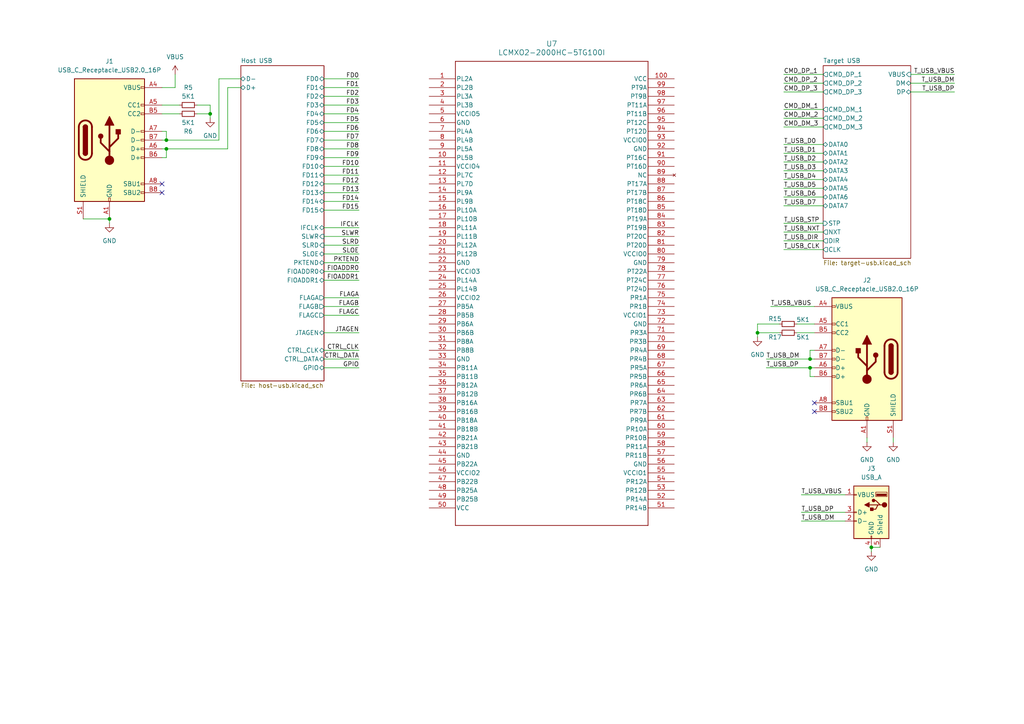
<source format=kicad_sch>
(kicad_sch (version 20231120) (generator "eeschema") (generator_version "8.0")
  (paper "A4")
  (lib_symbols
    (symbol "2024-03-04_09-59-19:LCMXO2-2000HC-5TG100I" (pin_names (offset 0.254))
      (property "Reference" "U" (at 35.56 10.16 0))
      (property "Value" "LCMXO2-2000HC-5TG100I" (at 35.56 7.62 0))
      (symbol "LCMXO2-2000HC-5TG100I_0_1"
        (polyline (pts (xy 7.62 -129.54) (xy 63.5 -129.54)) (stroke (width 0.2032)))
        (polyline (pts (xy 7.62 5.08) (xy 7.62 -129.54)) (stroke (width 0.2032)))
        (polyline (pts (xy 63.5 -129.54) (xy 63.5 5.08)) (stroke (width 0.2032)))
        (polyline (pts (xy 63.5 5.08) (xy 7.62 5.08)) (stroke (width 0.2032)))
        (pin unspecified line (at 0 0 0) (length 7.62) (name "PL2A") (number "1"))
        (pin unspecified line (at 0 -22.86 0) (length 7.62) (name "PL5B") (number "10"))
        (pin power_in line (at 71.12 0 180) (length 7.62) (name "VCC") (number "100"))
        (pin power_in line (at 0 -25.4 0) (length 7.62) (name "VCCIO4") (number "11"))
        (pin unspecified line (at 0 -27.94 0) (length 7.62) (name "PL7C") (number "12"))
        (pin unspecified line (at 0 -30.48 0) (length 7.62) (name "PL7D") (number "13"))
        (pin unspecified line (at 0 -33.02 0) (length 7.62) (name "PL9A") (number "14"))
        (pin unspecified line (at 0 -35.56 0) (length 7.62) (name "PL9B") (number "15"))
        (pin unspecified line (at 0 -38.1 0) (length 7.62) (name "PL10A") (number "16"))
        (pin unspecified line (at 0 -40.64 0) (length 7.62) (name "PL10B") (number "17"))
        (pin unspecified line (at 0 -43.18 0) (length 7.62) (name "PL11A") (number "18"))
        (pin unspecified line (at 0 -45.72 0) (length 7.62) (name "PL11B") (number "19"))
        (pin unspecified line (at 0 -2.54 0) (length 7.62) (name "PL2B") (number "2"))
        (pin unspecified line (at 0 -48.26 0) (length 7.62) (name "PL12A") (number "20"))
        (pin unspecified line (at 0 -50.8 0) (length 7.62) (name "PL12B") (number "21"))
        (pin power_in line (at 0 -53.34 0) (length 7.62) (name "GND") (number "22"))
        (pin power_in line (at 0 -55.88 0) (length 7.62) (name "VCCIO3") (number "23"))
        (pin unspecified line (at 0 -58.42 0) (length 7.62) (name "PL14A") (number "24"))
        (pin unspecified line (at 0 -60.96 0) (length 7.62) (name "PL14B") (number "25"))
        (pin power_in line (at 0 -63.5 0) (length 7.62) (name "VCCIO2") (number "26"))
        (pin unspecified line (at 0 -66.04 0) (length 7.62) (name "PB5A") (number "27"))
        (pin unspecified line (at 0 -68.58 0) (length 7.62) (name "PB5B") (number "28"))
        (pin unspecified line (at 0 -71.12 0) (length 7.62) (name "PB6A") (number "29"))
        (pin unspecified line (at 0 -5.08 0) (length 7.62) (name "PL3A") (number "3"))
        (pin unspecified line (at 0 -73.66 0) (length 7.62) (name "PB6B") (number "30"))
        (pin unspecified line (at 0 -76.2 0) (length 7.62) (name "PB8A") (number "31"))
        (pin unspecified line (at 0 -78.74 0) (length 7.62) (name "PB8B") (number "32"))
        (pin power_in line (at 0 -81.28 0) (length 7.62) (name "GND") (number "33"))
        (pin unspecified line (at 0 -83.82 0) (length 7.62) (name "PB11A") (number "34"))
        (pin unspecified line (at 0 -86.36 0) (length 7.62) (name "PB11B") (number "35"))
        (pin unspecified line (at 0 -88.9 0) (length 7.62) (name "PB12A") (number "36"))
        (pin unspecified line (at 0 -91.44 0) (length 7.62) (name "PB12B") (number "37"))
        (pin unspecified line (at 0 -93.98 0) (length 7.62) (name "PB16A") (number "38"))
        (pin unspecified line (at 0 -96.52 0) (length 7.62) (name "PB16B") (number "39"))
        (pin unspecified line (at 0 -7.62 0) (length 7.62) (name "PL3B") (number "4"))
        (pin unspecified line (at 0 -99.06 0) (length 7.62) (name "PB18A") (number "40"))
        (pin unspecified line (at 0 -101.6 0) (length 7.62) (name "PB18B") (number "41"))
        (pin unspecified line (at 0 -104.14 0) (length 7.62) (name "PB21A") (number "42"))
        (pin unspecified line (at 0 -106.68 0) (length 7.62) (name "PB21B") (number "43"))
        (pin power_in line (at 0 -109.22 0) (length 7.62) (name "GND") (number "44"))
        (pin unspecified line (at 0 -111.76 0) (length 7.62) (name "PB22A") (number "45"))
        (pin power_in line (at 0 -114.3 0) (length 7.62) (name "VCCIO2") (number "46"))
        (pin unspecified line (at 0 -116.84 0) (length 7.62) (name "PB22B") (number "47"))
        (pin unspecified line (at 0 -119.38 0) (length 7.62) (name "PB25A") (number "48"))
        (pin unspecified line (at 0 -121.92 0) (length 7.62) (name "PB25B") (number "49"))
        (pin power_in line (at 0 -10.16 0) (length 7.62) (name "VCCIO5") (number "5"))
        (pin power_in line (at 0 -124.46 0) (length 7.62) (name "VCC") (number "50"))
        (pin unspecified line (at 71.12 -124.46 180) (length 7.62) (name "PR14B") (number "51"))
        (pin unspecified line (at 71.12 -121.92 180) (length 7.62) (name "PR14A") (number "52"))
        (pin unspecified line (at 71.12 -119.38 180) (length 7.62) (name "PR12B") (number "53"))
        (pin unspecified line (at 71.12 -116.84 180) (length 7.62) (name "PR12A") (number "54"))
        (pin power_in line (at 71.12 -114.3 180) (length 7.62) (name "VCCIO1") (number "55"))
        (pin power_in line (at 71.12 -111.76 180) (length 7.62) (name "GND") (number "56"))
        (pin unspecified line (at 71.12 -109.22 180) (length 7.62) (name "PR11B") (number "57"))
        (pin unspecified line (at 71.12 -106.68 180) (length 7.62) (name "PR11A") (number "58"))
        (pin unspecified line (at 71.12 -104.14 180) (length 7.62) (name "PR10B") (number "59"))
        (pin power_in line (at 0 -12.7 0) (length 7.62) (name "GND") (number "6"))
        (pin unspecified line (at 71.12 -101.6 180) (length 7.62) (name "PR10A") (number "60"))
        (pin unspecified line (at 71.12 -99.06 180) (length 7.62) (name "PR9A") (number "61"))
        (pin unspecified line (at 71.12 -96.52 180) (length 7.62) (name "PR7B") (number "62"))
        (pin unspecified line (at 71.12 -93.98 180) (length 7.62) (name "PR7A") (number "63"))
        (pin unspecified line (at 71.12 -91.44 180) (length 7.62) (name "PR6B") (number "64"))
        (pin unspecified line (at 71.12 -88.9 180) (length 7.62) (name "PR6A") (number "65"))
        (pin unspecified line (at 71.12 -86.36 180) (length 7.62) (name "PR5B") (number "66"))
        (pin unspecified line (at 71.12 -83.82 180) (length 7.62) (name "PR5A") (number "67"))
        (pin unspecified line (at 71.12 -81.28 180) (length 7.62) (name "PR4B") (number "68"))
        (pin unspecified line (at 71.12 -78.74 180) (length 7.62) (name "PR4A") (number "69"))
        (pin unspecified line (at 0 -15.24 0) (length 7.62) (name "PL4A") (number "7"))
        (pin unspecified line (at 71.12 -76.2 180) (length 7.62) (name "PR3B") (number "70"))
        (pin unspecified line (at 71.12 -73.66 180) (length 7.62) (name "PR3A") (number "71"))
        (pin power_in line (at 71.12 -71.12 180) (length 7.62) (name "GND") (number "72"))
        (pin power_in line (at 71.12 -68.58 180) (length 7.62) (name "VCCIO1") (number "73"))
        (pin unspecified line (at 71.12 -66.04 180) (length 7.62) (name "PR1B") (number "74"))
        (pin unspecified line (at 71.12 -63.5 180) (length 7.62) (name "PR1A") (number "75"))
        (pin unspecified line (at 71.12 -60.96 180) (length 7.62) (name "PT24D") (number "76"))
        (pin unspecified line (at 71.12 -58.42 180) (length 7.62) (name "PT24C") (number "77"))
        (pin unspecified line (at 71.12 -55.88 180) (length 7.62) (name "PT22A") (number "78"))
        (pin power_in line (at 71.12 -53.34 180) (length 7.62) (name "GND") (number "79"))
        (pin unspecified line (at 0 -17.78 0) (length 7.62) (name "PL4B") (number "8"))
        (pin power_in line (at 71.12 -50.8 180) (length 7.62) (name "VCCIO0") (number "80"))
        (pin unspecified line (at 71.12 -48.26 180) (length 7.62) (name "PT20D") (number "81"))
        (pin unspecified line (at 71.12 -45.72 180) (length 7.62) (name "PT20C") (number "82"))
        (pin unspecified line (at 71.12 -43.18 180) (length 7.62) (name "PT19B") (number "83"))
        (pin unspecified line (at 71.12 -40.64 180) (length 7.62) (name "PT19A") (number "84"))
        (pin unspecified line (at 71.12 -38.1 180) (length 7.62) (name "PT18D") (number "85"))
        (pin unspecified line (at 71.12 -35.56 180) (length 7.62) (name "PT18C") (number "86"))
        (pin unspecified line (at 71.12 -33.02 180) (length 7.62) (name "PT17B") (number "87"))
        (pin unspecified line (at 71.12 -30.48 180) (length 7.62) (name "PT17A") (number "88"))
        (pin no_connect line (at 71.12 -27.94 180) (length 7.62) (name "NC") (number "89"))
        (pin unspecified line (at 0 -20.32 0) (length 7.62) (name "PL5A") (number "9"))
        (pin unspecified line (at 71.12 -25.4 180) (length 7.62) (name "PT16D") (number "90"))
        (pin unspecified line (at 71.12 -22.86 180) (length 7.62) (name "PT16C") (number "91"))
        (pin power_in line (at 71.12 -20.32 180) (length 7.62) (name "GND") (number "92"))
        (pin power_in line (at 71.12 -17.78 180) (length 7.62) (name "VCCIO0") (number "93"))
        (pin unspecified line (at 71.12 -15.24 180) (length 7.62) (name "PT12D") (number "94"))
        (pin unspecified line (at 71.12 -12.7 180) (length 7.62) (name "PT12C") (number "95"))
        (pin unspecified line (at 71.12 -10.16 180) (length 7.62) (name "PT11B") (number "96"))
        (pin unspecified line (at 71.12 -7.62 180) (length 7.62) (name "PT11A") (number "97"))
        (pin unspecified line (at 71.12 -5.08 180) (length 7.62) (name "PT9B") (number "98"))
        (pin unspecified line (at 71.12 -2.54 180) (length 7.62) (name "PT9A") (number "99"))
      )
    )
    (symbol "Connector:USB_A" (pin_names (offset 1.016))
      (property "Reference" "J" (at -5.08 11.43 0))
      (property "Value" "USB_A" (at -5.08 8.89 0))
      (symbol "USB_A_0_1"
        (rectangle (start -5.08 -7.62) (end 5.08 7.62) (stroke (width 0.254)) (fill (type background)))
        (circle (center -3.81 2.159) (radius 0.635) (stroke (width 0.254)) (fill (type outline)))
        (rectangle (start -1.524 4.826) (end -4.318 5.334) (fill (type outline)))
        (rectangle (start -1.27 4.572) (end -4.572 5.842))
        (circle (center -0.635 3.429) (radius 0.381) (stroke (width 0.254)) (fill (type outline)))
        (rectangle (start -0.127 -7.62) (end 0.127 -6.858))
        (polyline (pts (xy -3.175 2.159) (xy -2.54 2.159) (xy -1.27 3.429) (xy -0.635 3.429)) (stroke (width 0.254)))
        (polyline (pts (xy -2.54 2.159) (xy -1.905 2.159) (xy -1.27 0.889) (xy 0 0.889)) (stroke (width 0.254)))
        (polyline (pts (xy 0.635 2.794) (xy 0.635 1.524) (xy 1.905 2.159) (xy 0.635 2.794)) (stroke (width 0.254)) (fill (type outline)))
        (rectangle (start 0.254 1.27) (end -0.508 0.508) (stroke (width 0.254)) (fill (type outline)))
        (rectangle (start 5.08 -2.667) (end 4.318 -2.413))
        (rectangle (start 5.08 -0.127) (end 4.318 0.127))
        (rectangle (start 5.08 4.953) (end 4.318 5.207))
      )
      (symbol "USB_A_1_1"
        (polyline (pts (xy -1.905 2.159) (xy 0.635 2.159)) (stroke (width 0.254)))
        (pin power_in line (at 7.62 5.08 180) (length 2.54) (name "VBUS") (number "1"))
        (pin bidirectional line (at 7.62 -2.54 180) (length 2.54) (name "D-") (number "2"))
        (pin bidirectional line (at 7.62 0 180) (length 2.54) (name "D+") (number "3"))
        (pin power_in line (at 0 -10.16 90) (length 2.54) (name "GND") (number "4"))
        (pin passive line (at -2.54 -10.16 90) (length 2.54) (name "Shield") (number "5"))
      )
    )
    (symbol "Connector:USB_C_Receptacle_USB2.0_16P" (pin_names (offset 1.016))
      (property "Reference" "J" (at 0 22.225 0))
      (property "Value" "USB_C_Receptacle_USB2.0_16P" (at 0 19.685 0))
      (symbol "USB_C_Receptacle_USB2.0_16P_0_0"
        (rectangle (start -0.254 -17.78) (end 0.254 -16.764))
        (rectangle (start 10.16 -14.986) (end 9.144 -15.494))
        (rectangle (start 10.16 -12.446) (end 9.144 -12.954))
        (rectangle (start 10.16 -4.826) (end 9.144 -5.334))
        (rectangle (start 10.16 -2.286) (end 9.144 -2.794))
        (rectangle (start 10.16 0.254) (end 9.144 -0.254))
        (rectangle (start 10.16 2.794) (end 9.144 2.286))
        (rectangle (start 10.16 7.874) (end 9.144 7.366))
        (rectangle (start 10.16 10.414) (end 9.144 9.906))
        (rectangle (start 10.16 15.494) (end 9.144 14.986))
      )
      (symbol "USB_C_Receptacle_USB2.0_16P_0_1"
        (rectangle (start -10.16 17.78) (end 10.16 -17.78) (stroke (width 0.254)) (fill (type background)))
        (arc (start -8.89 -3.81) (mid -6.985 -5.7067) (end -5.08 -3.81) (stroke (width 0.508)))
        (arc (start -7.62 -3.81) (mid -6.985 -4.4423) (end -6.35 -3.81) (stroke (width 0.254)))
        (arc (start -7.62 -3.81) (mid -6.985 -4.4423) (end -6.35 -3.81) (stroke (width 0.254)) (fill (type outline)))
        (rectangle (start -7.62 -3.81) (end -6.35 3.81) (stroke (width 0.254)) (fill (type outline)))
        (arc (start -6.35 3.81) (mid -6.985 4.4423) (end -7.62 3.81) (stroke (width 0.254)))
        (arc (start -6.35 3.81) (mid -6.985 4.4423) (end -7.62 3.81) (stroke (width 0.254)) (fill (type outline)))
        (arc (start -5.08 3.81) (mid -6.985 5.7067) (end -8.89 3.81) (stroke (width 0.508)))
        (circle (center -2.54 1.143) (radius 0.635) (stroke (width 0.254)) (fill (type outline)))
        (circle (center 0 -5.842) (radius 1.27) (fill (type outline)))
        (polyline (pts (xy -8.89 -3.81) (xy -8.89 3.81)) (stroke (width 0.508)))
        (polyline (pts (xy -5.08 3.81) (xy -5.08 -3.81)) (stroke (width 0.508)))
        (polyline (pts (xy 0 -5.842) (xy 0 4.318)) (stroke (width 0.508)))
        (polyline (pts (xy 0 -3.302) (xy -2.54 -0.762) (xy -2.54 0.508)) (stroke (width 0.508)))
        (polyline (pts (xy 0 -2.032) (xy 2.54 0.508) (xy 2.54 1.778)) (stroke (width 0.508)))
        (polyline (pts (xy -1.27 4.318) (xy 0 6.858) (xy 1.27 4.318) (xy -1.27 4.318)) (stroke (width 0.254)) (fill (type outline)))
        (rectangle (start 1.905 1.778) (end 3.175 3.048) (stroke (width 0.254)) (fill (type outline)))
      )
      (symbol "USB_C_Receptacle_USB2.0_16P_1_1"
        (pin passive line (at 0 -22.86 90) (length 5.08) (name "GND") (number "A1"))
        (pin passive line (at 0 -22.86 90) (length 5.08) hide (name "GND") (number "A12"))
        (pin passive line (at 15.24 15.24 180) (length 5.08) (name "VBUS") (number "A4"))
        (pin bidirectional line (at 15.24 10.16 180) (length 5.08) (name "CC1") (number "A5"))
        (pin bidirectional line (at 15.24 -2.54 180) (length 5.08) (name "D+") (number "A6"))
        (pin bidirectional line (at 15.24 2.54 180) (length 5.08) (name "D-") (number "A7"))
        (pin bidirectional line (at 15.24 -12.7 180) (length 5.08) (name "SBU1") (number "A8"))
        (pin passive line (at 15.24 15.24 180) (length 5.08) hide (name "VBUS") (number "A9"))
        (pin passive line (at 0 -22.86 90) (length 5.08) hide (name "GND") (number "B1"))
        (pin passive line (at 0 -22.86 90) (length 5.08) hide (name "GND") (number "B12"))
        (pin passive line (at 15.24 15.24 180) (length 5.08) hide (name "VBUS") (number "B4"))
        (pin bidirectional line (at 15.24 7.62 180) (length 5.08) (name "CC2") (number "B5"))
        (pin bidirectional line (at 15.24 -5.08 180) (length 5.08) (name "D+") (number "B6"))
        (pin bidirectional line (at 15.24 0 180) (length 5.08) (name "D-") (number "B7"))
        (pin bidirectional line (at 15.24 -15.24 180) (length 5.08) (name "SBU2") (number "B8"))
        (pin passive line (at 15.24 15.24 180) (length 5.08) hide (name "VBUS") (number "B9"))
        (pin passive line (at -7.62 -22.86 90) (length 5.08) (name "SHIELD") (number "S1"))
      )
    )
    (symbol "Device:R_Small" (pin_numbers hide) (pin_names (offset 0.254) hide)
      (property "Reference" "R" (at 0.762 0.508 0))
      (property "Value" "R_Small" (at 0.762 -1.016 0))
      (symbol "R_Small_0_1"
        (rectangle (start -0.762 1.778) (end 0.762 -1.778) (stroke (width 0.2032)))
      )
      (symbol "R_Small_1_1"
        (pin passive line (at 0 2.54 270) (length 0.762) (name "~") (number "1"))
        (pin passive line (at 0 -2.54 90) (length 0.762) (name "~") (number "2"))
      )
    )
    (symbol "GND_1" (power) (pin_numbers hide) (pin_names (offset 0) hide)
      (property "Value" "GND" (at 0 -3.81 0))
      (symbol "GND_1_0_1"
        (polyline (pts (xy 0 0) (xy 0 -1.27) (xy 1.27 -1.27) (xy 0 -2.54) (xy -1.27 -1.27) (xy 0 -1.27)))
      )
      (symbol "GND_1_1_1"
        (pin power_in line (at 0 0 270) (length 0) (name "~") (number "1"))
      )
    )
    (symbol "power:GND" (power) (pin_names (offset 0))
      (property "Value" "GND" (at 0 -3.81 0))
      (symbol "GND_0_1"
        (polyline (pts (xy 0 0) (xy 0 -1.27) (xy 1.27 -1.27) (xy 0 -2.54) (xy -1.27 -1.27) (xy 0 -1.27)))
      )
      (symbol "GND_1_1"
        (pin power_in line (at 0 0 270) (length 0) hide (name "GND") (number "1"))
      )
    )
    (symbol "power:VBUS" (power) (pin_names (offset 0))
      (property "Value" "VBUS" (at 0 3.81 0))
      (symbol "VBUS_0_1"
        (polyline (pts (xy -0.762 1.27) (xy 0 2.54)))
        (polyline (pts (xy 0 0) (xy 0 2.54)))
        (polyline (pts (xy 0 2.54) (xy 0.762 1.27)))
      )
      (symbol "VBUS_1_1"
        (pin power_in line (at 0 0 90) (length 0) hide (name "VBUS") (number "1"))
      )
    )
  )
  (junction (at 48.26 40.64))
  (junction (at 60.96 33.02))
  (junction (at 234.95 104.14))
  (junction (at 234.95 106.68))
  (junction (at 219.71 96.52))
  (junction (at 31.75 63.5))
  (junction (at 252.73 158.75))
  (junction (at 48.26 43.18))
  (no_connect (at 236.22 119.38))
  (no_connect (at 46.99 55.88))
  (no_connect (at 236.22 116.84))
  (no_connect (at 46.99 53.34))
  (wire (pts (xy 219.71 96.52) (xy 219.71 97.79)))
  (wire (pts (xy 93.98 58.42) (xy 104.14 58.42)))
  (wire (pts (xy 63.5 40.64) (xy 63.5 22.86)))
  (wire (pts (xy 93.98 40.64) (xy 104.14 40.64)))
  (wire (pts (xy 60.96 33.02) (xy 60.96 34.29)))
  (wire (pts (xy 93.98 101.6) (xy 104.14 101.6)))
  (wire (pts (xy 245.11 151.13) (xy 232.41 151.13)))
  (wire (pts (xy 93.98 38.1) (xy 104.14 38.1)))
  (wire (pts (xy 227.33 49.53) (xy 238.76 49.53)))
  (wire (pts (xy 93.98 33.02) (xy 104.14 33.02)))
  (wire (pts (xy 93.98 71.12) (xy 104.14 71.12)))
  (wire (pts (xy 227.33 41.91) (xy 238.76 41.91)))
  (wire (pts (xy 46.99 30.48) (xy 52.07 30.48)))
  (wire (pts (xy 259.08 128.27) (xy 259.08 127)))
  (wire (pts (xy 50.8 25.4) (xy 50.8 21.59)))
  (wire (pts (xy 236.22 93.98) (xy 231.14 93.98)))
  (wire (pts (xy 234.95 106.68) (xy 236.22 106.68)))
  (wire (pts (xy 227.33 57.15) (xy 238.76 57.15)))
  (wire (pts (xy 232.41 143.51) (xy 245.11 143.51)))
  (wire (pts (xy 251.46 128.27) (xy 251.46 127)))
  (wire (pts (xy 93.98 43.18) (xy 104.14 43.18)))
  (wire (pts (xy 227.33 34.29) (xy 238.76 34.29)))
  (wire (pts (xy 252.73 160.02) (xy 252.73 158.75)))
  (wire (pts (xy 264.16 21.59) (xy 276.86 21.59)))
  (wire (pts (xy 219.71 96.52) (xy 226.06 96.52)))
  (wire (pts (xy 93.98 96.52) (xy 104.14 96.52)))
  (wire (pts (xy 234.95 104.14) (xy 222.25 104.14)))
  (wire (pts (xy 48.26 43.18) (xy 66.04 43.18)))
  (wire (pts (xy 227.33 72.39) (xy 238.76 72.39)))
  (wire (pts (xy 93.98 50.8) (xy 104.14 50.8)))
  (wire (pts (xy 93.98 86.36) (xy 104.14 86.36)))
  (wire (pts (xy 93.98 91.44) (xy 104.14 91.44)))
  (wire (pts (xy 227.33 69.85) (xy 238.76 69.85)))
  (wire (pts (xy 227.33 31.75) (xy 238.76 31.75)))
  (wire (pts (xy 93.98 25.4) (xy 104.14 25.4)))
  (wire (pts (xy 236.22 101.6) (xy 234.95 101.6)))
  (wire (pts (xy 24.13 63.5) (xy 31.75 63.5)))
  (wire (pts (xy 93.98 76.2) (xy 104.14 76.2)))
  (wire (pts (xy 31.75 63.5) (xy 31.75 64.77)))
  (wire (pts (xy 234.95 106.68) (xy 222.25 106.68)))
  (wire (pts (xy 93.98 30.48) (xy 104.14 30.48)))
  (wire (pts (xy 60.96 30.48) (xy 60.96 33.02)))
  (wire (pts (xy 227.33 21.59) (xy 238.76 21.59)))
  (wire (pts (xy 227.33 24.13) (xy 238.76 24.13)))
  (wire (pts (xy 236.22 109.22) (xy 234.95 109.22)))
  (wire (pts (xy 46.99 33.02) (xy 52.07 33.02)))
  (wire (pts (xy 63.5 22.86) (xy 69.85 22.86)))
  (wire (pts (xy 93.98 106.68) (xy 104.14 106.68)))
  (wire (pts (xy 93.98 68.58) (xy 104.14 68.58)))
  (wire (pts (xy 93.98 81.28) (xy 104.14 81.28)))
  (wire (pts (xy 234.95 104.14) (xy 236.22 104.14)))
  (wire (pts (xy 93.98 48.26) (xy 104.14 48.26)))
  (wire (pts (xy 93.98 27.94) (xy 104.14 27.94)))
  (wire (pts (xy 227.33 64.77) (xy 238.76 64.77)))
  (wire (pts (xy 227.33 54.61) (xy 238.76 54.61)))
  (wire (pts (xy 264.16 24.13) (xy 276.86 24.13)))
  (wire (pts (xy 227.33 52.07) (xy 238.76 52.07)))
  (wire (pts (xy 219.71 93.98) (xy 219.71 96.52)))
  (wire (pts (xy 227.33 67.31) (xy 238.76 67.31)))
  (wire (pts (xy 223.52 88.9) (xy 236.22 88.9)))
  (wire (pts (xy 48.26 38.1) (xy 48.26 40.64)))
  (wire (pts (xy 93.98 35.56) (xy 104.14 35.56)))
  (wire (pts (xy 93.98 22.86) (xy 104.14 22.86)))
  (wire (pts (xy 234.95 101.6) (xy 234.95 104.14)))
  (wire (pts (xy 236.22 96.52) (xy 231.14 96.52)))
  (wire (pts (xy 227.33 26.67) (xy 238.76 26.67)))
  (wire (pts (xy 93.98 60.96) (xy 104.14 60.96)))
  (wire (pts (xy 252.73 158.75) (xy 255.27 158.75)))
  (wire (pts (xy 264.16 26.67) (xy 276.86 26.67)))
  (wire (pts (xy 93.98 53.34) (xy 104.14 53.34)))
  (wire (pts (xy 227.33 44.45) (xy 238.76 44.45)))
  (wire (pts (xy 234.95 109.22) (xy 234.95 106.68)))
  (wire (pts (xy 46.99 43.18) (xy 48.26 43.18)))
  (wire (pts (xy 57.15 30.48) (xy 60.96 30.48)))
  (wire (pts (xy 66.04 43.18) (xy 66.04 25.4)))
  (wire (pts (xy 93.98 45.72) (xy 104.14 45.72)))
  (wire (pts (xy 93.98 73.66) (xy 104.14 73.66)))
  (wire (pts (xy 46.99 25.4) (xy 50.8 25.4)))
  (wire (pts (xy 48.26 40.64) (xy 63.5 40.64)))
  (wire (pts (xy 46.99 38.1) (xy 48.26 38.1)))
  (wire (pts (xy 227.33 36.83) (xy 238.76 36.83)))
  (wire (pts (xy 245.11 148.59) (xy 232.41 148.59)))
  (wire (pts (xy 227.33 46.99) (xy 238.76 46.99)))
  (wire (pts (xy 46.99 45.72) (xy 48.26 45.72)))
  (wire (pts (xy 93.98 104.14) (xy 104.14 104.14)))
  (wire (pts (xy 66.04 25.4) (xy 69.85 25.4)))
  (wire (pts (xy 227.33 59.69) (xy 238.76 59.69)))
  (wire (pts (xy 48.26 45.72) (xy 48.26 43.18)))
  (wire (pts (xy 226.06 93.98) (xy 219.71 93.98)))
  (wire (pts (xy 93.98 88.9) (xy 104.14 88.9)))
  (wire (pts (xy 46.99 40.64) (xy 48.26 40.64)))
  (wire (pts (xy 57.15 33.02) (xy 60.96 33.02)))
  (wire (pts (xy 93.98 66.04) (xy 104.14 66.04)))
  (wire (pts (xy 93.98 78.74) (xy 104.14 78.74)))
  (wire (pts (xy 93.98 55.88) (xy 104.14 55.88)))
  (label "FD9" (at 104.14 45.72 180))
  (label "CMD_DM_3" (at 227.33 36.83 0))
  (label "T_USB_DP" (at 222.25 106.68 0))
  (label "T_USB_DP" (at 232.41 148.59 0))
  (label "FD8" (at 104.14 43.18 180))
  (label "FD15" (at 104.14 60.96 180))
  (label "CMD_DP_2" (at 227.33 24.13 0))
  (label "T_USB_D0" (at 227.33 41.91 0))
  (label "CTRL_DATA" (at 104.14 104.14 180))
  (label "T_USB_D2" (at 227.33 46.99 0))
  (label "T_USB_DP" (at 276.86 26.67 180))
  (label "T_USB_VBUS" (at 232.41 143.51 0))
  (label "FD2" (at 104.14 27.94 180))
  (label "FD14" (at 104.14 58.42 180))
  (label "FD3" (at 104.14 30.48 180))
  (label "FD10" (at 104.14 48.26 180))
  (label "CMD_DM_1" (at 227.33 31.75 0))
  (label "T_USB_D4" (at 227.33 52.07 0))
  (label "FD1" (at 104.14 25.4 180))
  (label "FD12" (at 104.14 53.34 180))
  (label "CMD_DP_1" (at 227.33 21.59 0))
  (label "T_USB_CLK" (at 227.33 72.39 0))
  (label "PKTEND" (at 104.14 76.2 180))
  (label "FD13" (at 104.14 55.88 180))
  (label "FD4" (at 104.14 33.02 180))
  (label "T_USB_D5" (at 227.33 54.61 0))
  (label "CMD_DM_2" (at 227.33 34.29 0))
  (label "T_USB_VBUS" (at 223.52 88.9 0))
  (label "T_USB_DM" (at 232.41 151.13 0))
  (label "T_USB_VBUS" (at 276.86 21.59 180))
  (label "T_USB_D6" (at 227.33 57.15 0))
  (label "SLOE" (at 104.14 73.66 180))
  (label "FD0" (at 104.14 22.86 180))
  (label "CTRL_CLK" (at 104.14 101.6 180))
  (label "FLAGB" (at 104.14 88.9 180))
  (label "FD7" (at 104.14 40.64 180))
  (label "IFCLK" (at 104.14 66.04 180))
  (label "T_USB_D3" (at 227.33 49.53 0))
  (label "FIOADDR1" (at 104.14 81.28 180))
  (label "CMD_DP_3" (at 227.33 26.67 0))
  (label "FD11" (at 104.14 50.8 180))
  (label "FD5" (at 104.14 35.56 180))
  (label "T_USB_NXT" (at 227.33 67.31 0))
  (label "T_USB_D1" (at 227.33 44.45 0))
  (label "SLWR" (at 104.14 68.58 180))
  (label "T_USB_DIR" (at 227.33 69.85 0))
  (label "T_USB_D7" (at 227.33 59.69 0))
  (label "SLRD" (at 104.14 71.12 180))
  (label "T_USB_STP" (at 227.33 64.77 0))
  (label "T_USB_DM" (at 222.25 104.14 0))
  (label "GPIO" (at 104.14 106.68 180))
  (label "T_USB_DM" (at 276.86 24.13 180))
  (label "FLAGC" (at 104.14 91.44 180))
  (label "FLAGA" (at 104.14 86.36 180))
  (label "JTAGEN" (at 104.14 96.52 180))
  (label "FIOADDR0" (at 104.14 78.74 180))
  (label "FD6" (at 104.14 38.1 180))
  (symbol (lib_id "power:VBUS") (at 50.8 21.59 0) (unit 1)
    (property "Reference" "#PWR030" (effects (hide yes)))
    (property "Value" "VBUS" (at 50.8 16.51 0))
    (property "Description" "Power symbol creates a global label with name \"VBUS\"" (effects (hide yes)))
  )
  (symbol (lib_id "power:GND") (at 219.71 97.79 0) (mirror y) (unit 1)
    (property "Reference" "#PWR070" (effects (hide yes)))
    (property "Value" "GND" (at 219.71 102.87 0))
    (property "Description" "Power symbol creates a global label with name \"GND\" , ground" (effects (hide yes)))
  )
  (symbol (lib_id "Device:R_Small") (at 228.6 93.98 270) (mirror x) (unit 1)
    (property "Reference" "R15" (at 224.79 92.456 90))
    (property "Value" "5K1" (at 232.918 92.71 90))
    (property "Footprint" "Resistor_SMD:R_0402_1005Metric" (effects (hide yes)))
    (property "Description" "Resistor, small symbol" (effects (hide yes)))
  )
  (symbol (lib_id "Device:R_Small") (at 54.61 33.02 90) (mirror x) (unit 1)
    (property "Reference" "R6" (at 54.61 38.1 90))
    (property "Value" "5K1" (at 54.61 35.56 90))
    (property "Footprint" "Resistor_SMD:R_0402_1005Metric" (effects (hide yes)))
    (property "Description" "Resistor, small symbol" (effects (hide yes)))
  )
  (symbol (lib_id "power:GND") (at 60.96 34.29 0) (unit 1)
    (property "Reference" "#PWR032" (effects (hide yes)))
    (property "Value" "GND" (at 60.96 39.37 0))
    (property "Description" "Power symbol creates a global label with name \"GND\" , ground" (effects (hide yes)))
  )
  (symbol (lib_id "Device:R_Small") (at 228.6 96.52 270) (unit 1)
    (property "Reference" "R17" (at 224.79 97.79 90))
    (property "Value" "5K1" (at 232.918 97.79 90))
    (property "Footprint" "Resistor_SMD:R_0402_1005Metric" (effects (hide yes)))
    (property "Description" "Resistor, small symbol" (effects (hide yes)))
  )
  (symbol (lib_name "GND_1") (lib_id "power:GND") (at 251.46 128.27 0) (unit 1)
    (property "Reference" "#PWR067" (effects (hide yes)))
    (property "Value" "GND" (at 251.46 133.35 0))
    (property "Description" "Power symbol creates a global label with name \"GND\" , ground" (effects (hide yes)))
  )
  (symbol (lib_id "power:GND") (at 31.75 64.77 0) (unit 1)
    (property "Reference" "#PWR031" (effects (hide yes)))
    (property "Value" "GND" (at 31.75 69.85 0))
    (property "Description" "Power symbol creates a global label with name \"GND\" , ground" (effects (hide yes)))
  )
  (symbol (lib_name "GND_1") (lib_id "power:GND") (at 259.08 128.27 0) (unit 1)
    (property "Reference" "#PWR068" (effects (hide yes)))
    (property "Value" "GND" (at 259.08 133.35 0))
    (property "Description" "Power symbol creates a global label with name \"GND\" , ground" (effects (hide yes)))
  )
  (symbol (lib_id "Connector:USB_A") (at 252.73 148.59 0) (mirror y) (unit 1)
    (property "Reference" "J3" (at 252.73 135.89 0))
    (property "Value" "USB_A" (at 252.73 138.43 0))
    (property "Footprint" "Connector_USB:USB_A_Molex_67643_Horizontal" (effects (hide yes)))
    (property "Datasheet" " ~" (effects (hide yes)))
    (property "Description" "USB Type A connector" (effects (hide yes)))
  )
  (symbol (lib_id "Connector:USB_C_Receptacle_USB2.0_16P") (at 251.46 104.14 0) (mirror y) (unit 1)
    (property "Reference" "J2" (at 251.46 81.28 0))
    (property "Value" "USB_C_Receptacle_USB2.0_16P" (at 251.46 83.82 0))
    (property "Footprint" "Connector_USB:USB_C_Receptacle_G-Switch_GT-USB-7010ASV" (effects (hide yes)))
    (property "Datasheet" "https://www.usb.org/sites/default/files/documents/usb_type-c.zip" (effects (hide yes)))
    (property "Description" "USB 2.0-only 16P Type-C Receptacle connector" (effects (hide yes)))
  )
  (symbol (lib_id "Device:R_Small") (at 54.61 30.48 90) (unit 1)
    (property "Reference" "R5" (at 54.61 25.4 90))
    (property "Value" "5K1" (at 54.61 27.94 90))
    (property "Footprint" "Resistor_SMD:R_0402_1005Metric" (effects (hide yes)))
    (property "Description" "Resistor, small symbol" (effects (hide yes)))
  )
  (symbol (lib_id "2024-03-04_09-59-19:LCMXO2-2000HC-5TG100I") (at 124.46 22.86 0) (unit 1)
    (property "Reference" "U7" (at 160.02 12.7 0) (effects (font (size 1.524 1.524))))
    (property "Value" "LCMXO2-2000HC-5TG100I" (at 160.02 15.24 0) (effects (font (size 1.524 1.524))))
    (property "Footprint" "TQFP100_LAT" (effects (hide yes)))
    (property "Datasheet" "LCMXO2-2000HC-5TG100I" (effects (hide yes)))
  )
  (symbol (lib_name "GND_1") (lib_id "power:GND") (at 252.73 160.02 0) (unit 1)
    (property "Reference" "#PWR069" (effects (hide yes)))
    (property "Value" "GND" (at 252.73 165.1 0))
    (property "Description" "Power symbol creates a global label with name \"GND\" , ground" (effects (hide yes)))
  )
  (symbol (lib_id "Connector:USB_C_Receptacle_USB2.0_16P") (at 31.75 40.64 0) (unit 1)
    (property "Reference" "J1" (at 31.75 17.78 0))
    (property "Value" "USB_C_Receptacle_USB2.0_16P" (at 31.75 20.32 0))
    (property "Footprint" "Connector_USB:USB_C_Receptacle_G-Switch_GT-USB-7010ASV" (effects (hide yes)))
    (property "Datasheet" "https://www.usb.org/sites/default/files/documents/usb_type-c.zip" (effects (hide yes)))
    (property "Description" "USB 2.0-only 16P Type-C Receptacle connector" (effects (hide yes)))
  )
  (sheet (at 69.85 19.05) (size 24.13 91.44) (stroke (width 0.1524))
    (property "Sheetname" "Host USB" (at 69.85 18.3384 0) (effects (justify left bottom)))
    (property "Sheetfile" "host-usb.kicad_sch" (at 69.85 111.0746 0) (effects (justify left top)))
    (pin "GPIO" bidirectional (at 93.98 106.68 0))
    (pin "D+" bidirectional (at 69.85 25.4 180))
    (pin "D-" bidirectional (at 69.85 22.86 180))
    (pin "IFCLK" bidirectional (at 93.98 66.04 0))
    (pin "CTRL_CLK" bidirectional (at 93.98 101.6 0))
    (pin "FIOADDR1" bidirectional (at 93.98 81.28 0))
    (pin "SLOE" bidirectional (at 93.98 73.66 0))
    (pin "FIOADDR0" bidirectional (at 93.98 78.74 0))
    (pin "PKTEND" bidirectional (at 93.98 76.2 0))
    (pin "JTAGEN" bidirectional (at 93.98 96.52 0))
    (pin "FD4" bidirectional (at 93.98 33.02 0))
    (pin "FD3" bidirectional (at 93.98 30.48 0))
    (pin "FD5" bidirectional (at 93.98 35.56 0))
    (pin "FD7" bidirectional (at 93.98 40.64 0))
    (pin "FD9" bidirectional (at 93.98 45.72 0))
    (pin "FD2" bidirectional (at 93.98 27.94 0))
    (pin "FD8" bidirectional (at 93.98 43.18 0))
    (pin "FD6" bidirectional (at 93.98 38.1 0))
    (pin "FD13" bidirectional (at 93.98 55.88 0))
    (pin "FD14" bidirectional (at 93.98 58.42 0))
    (pin "FD10" bidirectional (at 93.98 48.26 0))
    (pin "FD11" bidirectional (at 93.98 50.8 0))
    (pin "FD12" bidirectional (at 93.98 53.34 0))
    (pin "FD15" bidirectional (at 93.98 60.96 0))
    (pin "SLRD" input (at 93.98 71.12 0))
    (pin "SLWR" input (at 93.98 68.58 0))
    (pin "FLAGA" output (at 93.98 86.36 0))
    (pin "FLAGB" output (at 93.98 88.9 0))
    (pin "FLAGC" output (at 93.98 91.44 0))
    (pin "CTRL_DATA" bidirectional (at 93.98 104.14 0))
    (pin "FD1" bidirectional (at 93.98 25.4 0))
    (pin "FD0" bidirectional (at 93.98 22.86 0))
  )
  (sheet (at 238.76 19.05) (size 25.4 55.88) (stroke (width 0.1524))
    (property "Sheetname" "Target USB" (at 238.76 18.3384 0) (effects (justify left bottom)))
    (property "Sheetfile" "target-usb.kicad_sch" (at 238.76 75.5146 0) (effects (justify left top)))
    (pin "DP" bidirectional (at 264.16 26.67 0))
    (pin "DM" bidirectional (at 264.16 24.13 0))
    (pin "VBUS" input (at 264.16 21.59 0))
    (pin "DATA0" bidirectional (at 238.76 41.91 180))
    (pin "DIR" output (at 238.76 69.85 180))
    (pin "NXT" output (at 238.76 67.31 180))
    (pin "DATA7" bidirectional (at 238.76 59.69 180))
    (pin "STP" input (at 238.76 64.77 180))
    (pin "DATA4" bidirectional (at 238.76 52.07 180))
    (pin "DATA5" bidirectional (at 238.76 54.61 180))
    (pin "DATA6" bidirectional (at 238.76 57.15 180))
    (pin "DATA2" bidirectional (at 238.76 46.99 180))
    (pin "DATA3" bidirectional (at 238.76 49.53 180))
    (pin "CLK" output (at 238.76 72.39 180))
    (pin "DATA1" bidirectional (at 238.76 44.45 180))
    (pin "CMD_DM_2" output (at 238.76 34.29 180))
    (pin "CMD_DP_2" output (at 238.76 24.13 180))
    (pin "CMD_DM_1" output (at 238.76 31.75 180))
    (pin "CMD_DP_1" output (at 238.76 21.59 180))
    (pin "CMD_DM_3" output (at 238.76 36.83 180))
    (pin "CMD_DP_3" output (at 238.76 26.67 180))
  )
)
</source>
